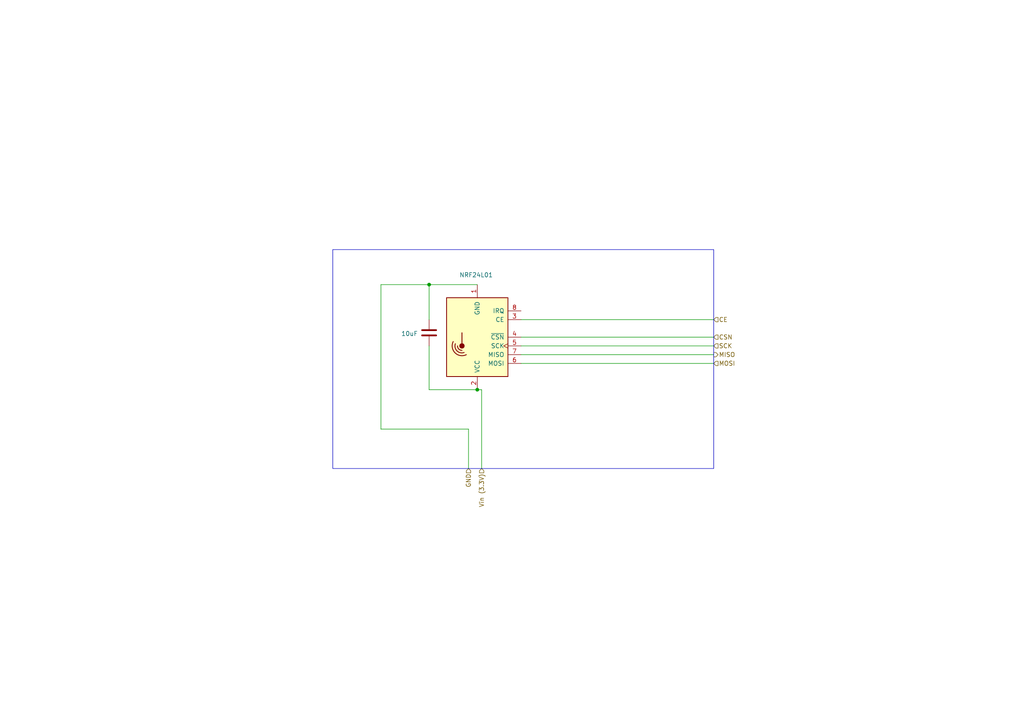
<source format=kicad_sch>
(kicad_sch (version 20231120) (generator "eeschema") (generator_version "8.0")
  (paper "A4")
  (lib_symbols
    (symbol "Device:C" (pin_numbers hide) (pin_names (offset 0.254))
      (property "Reference" "C" (at 0.635 2.54 0))
      (property "Value" "C" (at 0.635 -2.54 0))
      (symbol "C_0_1"
        (polyline (pts (xy -2.032 -0.762) (xy 2.032 -0.762)) (stroke (width 0.508)))
        (polyline (pts (xy -2.032 0.762) (xy 2.032 0.762)) (stroke (width 0.508)))
      )
      (symbol "C_1_1"
        (pin passive line (at 0 3.81 270) (length 2.794) (name "~") (number "1"))
        (pin passive line (at 0 -3.81 90) (length 2.794) (name "~") (number "2"))
      )
    )
    (symbol "RF:NRF24L01_Breakout" (pin_names (offset 1.016))
      (property "Reference" "U" (at -8.89 12.7 0))
      (property "Value" "NRF24L01_Breakout" (at 3.81 12.7 0))
      (symbol "NRF24L01_Breakout_0_1"
        (rectangle (start -8.89 11.43) (end 8.89 -11.43) (stroke (width 0.254)) (fill (type background)))
        (polyline (pts (xy 4.445 1.905) (xy 4.445 -1.27)) (stroke (width 0.254)))
        (circle (center 4.445 2.54) (radius 0.635) (stroke (width 0.254)) (fill (type outline)))
        (arc (start 5.715 2.54) (mid 5.3521 3.4546) (end 4.445 3.81) (stroke (width 0.254)))
        (arc (start 6.35 1.905) (mid 5.8763 3.9854) (end 3.81 4.445) (stroke (width 0.254)))
        (arc (start 6.985 1.27) (mid 6.453 4.548) (end 3.175 5.08) (stroke (width 0.254)))
      )
      (symbol "NRF24L01_Breakout_1_1"
        (pin power_in line (at 0 -15.24 90) (length 3.81) (name "GND") (number "1"))
        (pin power_in line (at 0 15.24 270) (length 3.81) (name "VCC") (number "2"))
        (pin input line (at -12.7 -5.08 0) (length 3.81) (name "CE") (number "3"))
        (pin input line (at -12.7 0 0) (length 3.81) (name "~{CSN}") (number "4"))
        (pin input clock (at -12.7 2.54 0) (length 3.81) (name "SCK") (number "5"))
        (pin input line (at -12.7 7.62 0) (length 3.81) (name "MOSI") (number "6"))
        (pin output line (at -12.7 5.08 0) (length 3.81) (name "MISO") (number "7"))
        (pin output line (at -12.7 -7.62 0) (length 3.81) (name "IRQ") (number "8"))
      )
    )
  )
  (junction (at 138.43 113.03))
  (junction (at 124.46 82.55))
  (wire (pts (xy 110.49 124.46) (xy 110.49 82.55)))
  (wire (pts (xy 124.46 113.03) (xy 124.46 100.33)))
  (wire (pts (xy 151.13 105.41) (xy 207.01 105.41)))
  (wire (pts (xy 138.43 113.03) (xy 124.46 113.03)))
  (wire (pts (xy 139.7 113.03) (xy 138.43 113.03)))
  (wire (pts (xy 135.89 135.89) (xy 135.89 124.46)))
  (wire (pts (xy 135.89 124.46) (xy 110.49 124.46)))
  (wire (pts (xy 151.13 97.79) (xy 207.01 97.79)))
  (wire (pts (xy 124.46 82.55) (xy 124.46 92.71)))
  (wire (pts (xy 138.43 82.55) (xy 124.46 82.55)))
  (wire (pts (xy 139.7 135.89) (xy 139.7 113.03)))
  (wire (pts (xy 151.13 102.87) (xy 207.01 102.87)))
  (wire (pts (xy 110.49 82.55) (xy 124.46 82.55)))
  (wire (pts (xy 151.13 92.71) (xy 207.01 92.71)))
  (wire (pts (xy 151.13 100.33) (xy 207.01 100.33)))
  (rectangle (start 96.52 72.39) (end 207.01 135.89))
  (hierarchical_label "MOSI" (shape input) (at 207.01 105.41 0))
  (hierarchical_label "CSN" (shape input) (at 207.01 97.79 0))
  (hierarchical_label "CE" (shape input) (at 207.01 92.71 0))
  (hierarchical_label "GND" (shape input) (at 135.89 135.89 270))
  (hierarchical_label "MISO" (shape output) (at 207.01 102.87 0))
  (hierarchical_label "Vin (3.3V)" (shape input) (at 139.7 135.89 270))
  (hierarchical_label "SCK" (shape input) (at 207.01 100.33 0))
  (symbol (lib_id "RF:NRF24L01_Breakout") (at 138.43 97.79 180) (unit 1)
    (property "Reference" "U11" (effects (hide yes)))
    (property "Value" "NRF24L01" (at 143.002 79.756 0) (effects (justify left)))
    (property "Footprint" "RF_Module:nRF24L01_Breakout" (effects (hide yes)))
    (property "Datasheet" "http://www.nordicsemi.com/eng/content/download/2730/34105/file/nRF24L01_Product_Specification_v2_0.pdf" (effects (hide yes)))
    (property "Description" "Ultra low power 2.4GHz RF Transceiver, Carrier PCB" (effects (hide yes)))
  )
  (symbol (lib_id "Device:C") (at 124.46 96.52 180) (unit 1)
    (property "Reference" "C1" (effects (hide yes)))
    (property "Value" "10uF" (at 116.332 96.774 0) (effects (justify right)))
    (property "Description" "Unpolarized capacitor" (effects (hide yes)))
  )
)
</source>
